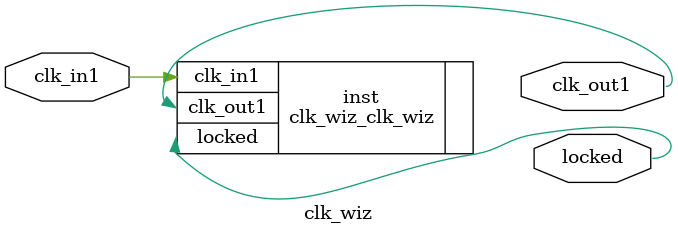
<source format=v>


`timescale 1ps/1ps

(* CORE_GENERATION_INFO = "clk_wiz,clk_wiz_v6_0_4_0_0,{component_name=clk_wiz,use_phase_alignment=true,use_min_o_jitter=false,use_max_i_jitter=false,use_dyn_phase_shift=false,use_inclk_switchover=false,use_dyn_reconfig=false,enable_axi=0,feedback_source=FDBK_AUTO,PRIMITIVE=PLL,num_out_clk=1,clkin1_period=10.000,clkin2_period=10.000,use_power_down=false,use_reset=false,use_locked=true,use_inclk_stopped=false,feedback_type=SINGLE,CLOCK_MGR_TYPE=NA,manual_override=false}" *)

module clk_wiz 
 (
  // Clock out ports
  output        clk_out1,
  // Status and control signals
  output        locked,
 // Clock in ports
  input         clk_in1
 );

  clk_wiz_clk_wiz inst
  (
  // Clock out ports  
  .clk_out1(clk_out1),
  // Status and control signals               
  .locked(locked),
 // Clock in ports
  .clk_in1(clk_in1)
  );

endmodule

</source>
